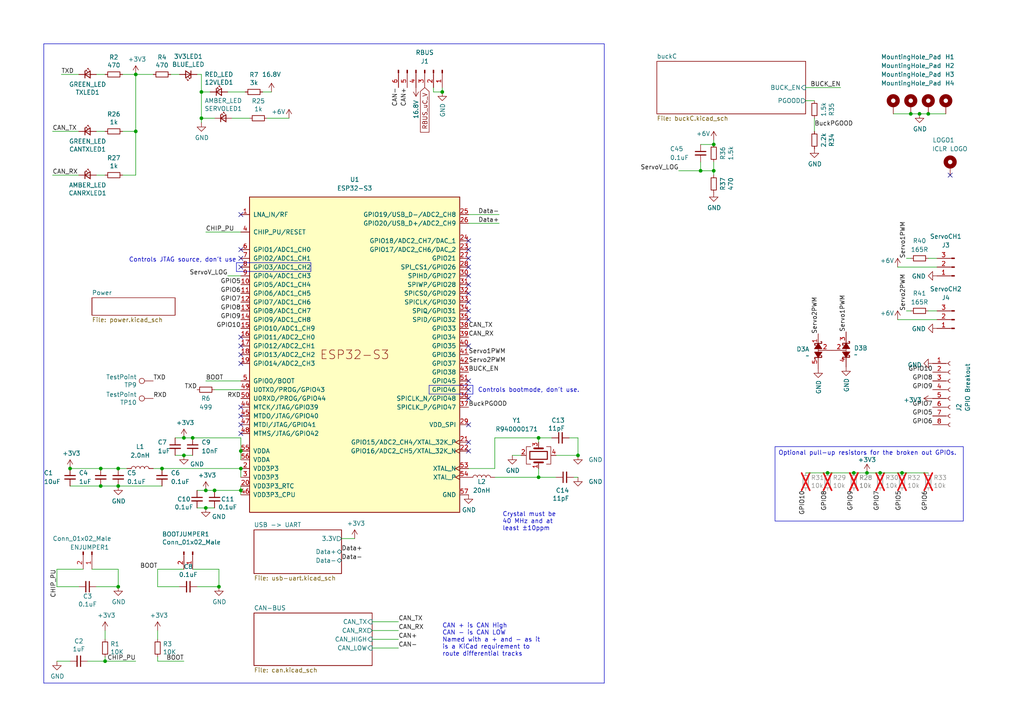
<source format=kicad_sch>
(kicad_sch (version 20231120) (generator "eeschema") (generator_version "8.0")
  (paper "A4")
  (title_block (title "C.H.A.D") (date "2023-06-04") (rev "2.0") (company "Imperial College London Rocketry (ICLR)"))
  (lib_symbols
    (symbol "CPDV5-3V3UP_1"
      (property "Reference" "D" (at 0 -6.85 0))
      (symbol "CPDV5-3V3UP_1_1_1"
        (pin passive line (at 0 -10.16 270) (length 4) (name "") (number "1"))
        (pin passive line (at 3.985 -14.9344 180) (length 4) (name "") (number "2"))
        (pin passive line (at 0 -20.32 90) (length 4) (name "") (number "5"))
      )
      (symbol "CPDV5-3V3UP_1_2_1"
        (pin passive line (at 4.1083 -14.9652 180) (length 4) (name "") (number "2"))
        (pin passive line (at 0 -20.32 90) (length 4) (name "") (number "3"))
        (pin passive line (at 0 -10.16 270) (length 4) (name "") (number "4"))
      )
    )
    (symbol "Connector:Conn_01x02_Male" (pin_names (offset 1.016) hide)
      (property "Reference" "J" (at 0 2.54 0))
      (property "Value" "Conn_01x02_Male" (at 0 -5.08 0))
      (symbol "Conn_01x02_Male_1_1"
        (pin passive line (at 5.08 0 180) (length 3.81) (name "Pin_1") (number "1"))
        (pin passive line (at 5.08 -2.54 180) (length 3.81) (name "Pin_2") (number "2"))
      )
    )
    (symbol "Connector:Conn_01x03_Male" (pin_names (offset 1.016) hide)
      (property "Reference" "J" (at 0 5.08 0))
      (property "Value" "Conn_01x03_Male" (at 0 -5.08 0))
      (symbol "Conn_01x03_Male_1_1"
        (pin passive line (at 5.08 2.54 180) (length 3.81) (name "Pin_1") (number "1"))
        (pin passive line (at 5.08 0 180) (length 3.81) (name "Pin_2") (number "2"))
        (pin passive line (at 5.08 -2.54 180) (length 3.81) (name "Pin_3") (number "3"))
      )
    )
    (symbol "Connector:Conn_01x06_Male" (pin_names (offset 1.016) hide)
      (property "Reference" "J" (at 0 7.62 0))
      (property "Value" "Conn_01x06_Male" (at 0 -10.16 0))
      (symbol "Conn_01x06_Male_1_1"
        (pin passive line (at 5.08 5.08 180) (length 3.81) (name "Pin_1") (number "1"))
        (pin passive line (at 5.08 2.54 180) (length 3.81) (name "Pin_2") (number "2"))
        (pin passive line (at 5.08 0 180) (length 3.81) (name "Pin_3") (number "3"))
        (pin passive line (at 5.08 -2.54 180) (length 3.81) (name "Pin_4") (number "4"))
        (pin passive line (at 5.08 -5.08 180) (length 3.81) (name "Pin_5") (number "5"))
        (pin passive line (at 5.08 -7.62 180) (length 3.81) (name "Pin_6") (number "6"))
      )
    )
    (symbol "Connector:Conn_01x08_Female" (pin_names (offset 1.016) hide)
      (property "Reference" "J" (at 0 10.16 0))
      (property "Value" "Conn_01x08_Female" (at 0 -12.7 0))
      (symbol "Conn_01x08_Female_1_1"
        (pin passive line (at -5.08 7.62 0) (length 3.81) (name "Pin_1") (number "1"))
        (pin passive line (at -5.08 5.08 0) (length 3.81) (name "Pin_2") (number "2"))
        (pin passive line (at -5.08 2.54 0) (length 3.81) (name "Pin_3") (number "3"))
        (pin passive line (at -5.08 0 0) (length 3.81) (name "Pin_4") (number "4"))
        (pin passive line (at -5.08 -2.54 0) (length 3.81) (name "Pin_5") (number "5"))
        (pin passive line (at -5.08 -5.08 0) (length 3.81) (name "Pin_6") (number "6"))
        (pin passive line (at -5.08 -7.62 0) (length 3.81) (name "Pin_7") (number "7"))
        (pin passive line (at -5.08 -10.16 0) (length 3.81) (name "Pin_8") (number "8"))
      )
    )
    (symbol "Connector:TestPoint" (pin_numbers hide) (pin_names (offset 0.762) hide)
      (property "Reference" "TP" (at 0 6.858 0))
      (property "Value" "TestPoint" (at 0 5.08 0))
      (symbol "TestPoint_1_1"
        (pin passive line (at 0 0 90) (length 2.54) (name "1") (number "1"))
      )
    )
    (symbol "Device:C_Small" (pin_numbers hide) (pin_names (offset 0.254) hide)
      (property "Reference" "C" (at 0.254 1.778 0))
      (property "Value" "C_Small" (at 0.254 -2.032 0))
      (symbol "C_Small_1_1"
        (pin passive line (at 0 2.54 270) (length 2.032) (name "~") (number "1"))
        (pin passive line (at 0 -2.54 90) (length 2.032) (name "~") (number "2"))
      )
    )
    (symbol "Device:Crystal_GND24" (pin_names (offset 1.016) hide)
      (property "Reference" "Y" (at 3.175 5.08 0))
      (property "Value" "Crystal_GND24" (at 3.175 3.175 0))
      (symbol "Crystal_GND24_1_1"
        (pin passive line (at -3.81 0 0) (length 1.27) (name "1") (number "1"))
        (pin passive line (at 0 5.08 270) (length 1.27) (name "2") (number "2"))
        (pin passive line (at 3.81 0 180) (length 1.27) (name "3") (number "3"))
        (pin passive line (at 0 -5.08 90) (length 1.27) (name "4") (number "4"))
      )
    )
    (symbol "Device:L" (pin_numbers hide) (pin_names (offset 1.016) hide)
      (property "Reference" "L" (at -1.27 0 90))
      (property "Value" "L" (at 1.905 0 90))
      (symbol "L_1_1"
        (pin passive line (at 0 3.81 270) (length 1.27) (name "1") (number "1"))
        (pin passive line (at 0 -3.81 90) (length 1.27) (name "2") (number "2"))
      )
    )
    (symbol "Device:LED_Small" (pin_numbers hide) (pin_names (offset 0.254) hide)
      (property "Reference" "D" (at -1.27 3.175 0))
      (property "Value" "LED_Small" (at -4.445 -2.54 0))
      (symbol "LED_Small_1_1"
        (pin passive line (at -2.54 0 0) (length 1.778) (name "K") (number "1"))
        (pin passive line (at 2.54 0 180) (length 1.778) (name "A") (number "2"))
      )
    )
    (symbol "Device:R_Small" (pin_numbers hide) (pin_names (offset 0.254) hide)
      (property "Reference" "R" (at 0.762 0.508 0))
      (property "Value" "R_Small" (at 0.762 -1.016 0))
      (symbol "R_Small_1_1"
        (pin passive line (at 0 2.54 270) (length 0.762) (name "~") (number "1"))
        (pin passive line (at 0 -2.54 90) (length 0.762) (name "~") (number "2"))
      )
    )
    (symbol "Espressif:ESP32-S3" (pin_names (offset 1.016))
      (property "Reference" "U" (at 0 48.26 0))
      (property "Value" "ESP32-S3" (at 0 -48.26 0))
      (symbol "ESP32-S3_0_0"
        (text "ESP32-S3" (at 0 0 0) (effects (font (size 2.54 2.54))))
        (pin bidirectional line (at 33.02 -12.7 180) (length 2.54) (name "SPICLK_N/GPIO48") (number "36"))
        (pin bidirectional line (at 33.02 -15.24 180) (length 2.54) (name "SPICLK_P/GPIO47") (number "37"))
      )
      (symbol "ESP32-S3_1_1"
        (pin bidirectional line (at -33.02 40.64 0) (length 2.54) (name "LNA_IN/RF") (number "1"))
        (pin bidirectional line (at -33.02 20.32 0) (length 2.54) (name "GPIO5/ADC1_CH4") (number "10"))
        (pin bidirectional line (at -33.02 17.78 0) (length 2.54) (name "GPIO6/ADC1_CH5") (number "11"))
        (pin bidirectional line (at -33.02 15.24 0) (length 2.54) (name "GPIO7/ADC1_CH6") (number "12"))
        (pin bidirectional line (at -33.02 12.7 0) (length 2.54) (name "GPIO8/ADC1_CH7") (number "13"))
        (pin bidirectional line (at -33.02 10.16 0) (length 2.54) (name "GPIO9/ADC1_CH8") (number "14"))
        (pin bidirectional line (at -33.02 7.62 0) (length 2.54) (name "GPIO10/ADC1_CH9") (number "15"))
        (pin bidirectional line (at -33.02 5.08 0) (length 2.54) (name "GPIO11/ADC2_CH0") (number "16"))
        (pin bidirectional line (at -33.02 2.54 0) (length 2.54) (name "GPIO12/ADC2_CH1") (number "17"))
        (pin bidirectional line (at -33.02 0 0) (length 2.54) (name "GPIO13/ADC2_CH2") (number "18"))
        (pin bidirectional line (at -33.02 -2.54 0) (length 2.54) (name "GPIO14/ADC2_CH3") (number "19"))
        (pin power_in line (at -33.02 -33.02 0) (length 2.54) (name "VDD3P3") (number "2"))
        (pin power_in line (at -33.02 -38.1 0) (length 2.54) (name "VDD3P3_RTC") (number "20"))
        (pin input clock (at 33.02 -25.4 180) (length 2.54) (name "GPIO15/ADC2_CH4/XTAL_32K_P") (number "21"))
        (pin output clock (at 33.02 -27.94 180) (length 2.54) (name "GPIO16/ADC2_CH5/XTAL_32K_N") (number "22"))
        (pin bidirectional line (at 33.02 30.48 180) (length 2.54) (name "GPIO17/ADC2_CH6/DAC_2") (number "23"))
        (pin bidirectional line (at 33.02 33.02 180) (length 2.54) (name "GPIO18/ADC2_CH7/DAC_1") (number "24"))
        (pin bidirectional line (at 33.02 40.64 180) (length 2.54) (name "GPIO19/USB_D-/ADC2_CH8") (number "25"))
        (pin bidirectional line (at 33.02 38.1 180) (length 2.54) (name "GPIO20/USB_D+/ADC2_CH9") (number "26"))
        (pin bidirectional line (at 33.02 27.94 180) (length 2.54) (name "GPIO21") (number "27"))
        (pin bidirectional line (at 33.02 25.4 180) (length 2.54) (name "SPI_CS1/GPIO26") (number "28"))
        (pin power_out line (at 33.02 -20.32 180) (length 2.54) (name "VDD_SPI") (number "29"))
        (pin power_in line (at -33.02 -35.56 0) (length 2.54) (name "VDD3P3") (number "3"))
        (pin bidirectional line (at 33.02 22.86 180) (length 2.54) (name "SPIHD/GPIO27") (number "30"))
        (pin bidirectional line (at 33.02 20.32 180) (length 2.54) (name "SPIWP/GPIO28") (number "31"))
        (pin bidirectional line (at 33.02 17.78 180) (length 2.54) (name "SPICS0/GPIO29") (number "32"))
        (pin bidirectional line (at 33.02 15.24 180) (length 2.54) (name "SPICLK/GPIO30") (number "33"))
        (pin bidirectional line (at 33.02 12.7 180) (length 2.54) (name "SPIQ/GPIO31") (number "34"))
        (pin bidirectional line (at 33.02 10.16 180) (length 2.54) (name "SPID/GPIO32") (number "35"))
        (pin bidirectional line (at 33.02 7.62 180) (length 2.54) (name "GPIO33") (number "38"))
        (pin bidirectional line (at 33.02 5.08 180) (length 2.54) (name "GPIO34") (number "39"))
        (pin input line (at -33.02 35.56 0) (length 2.54) (name "CHIP_PU/RESET") (number "4"))
        (pin bidirectional line (at 33.02 2.54 180) (length 2.54) (name "GPIO35") (number "40"))
        (pin bidirectional line (at 33.02 0 180) (length 2.54) (name "GPIO36") (number "41"))
        (pin bidirectional line (at 33.02 -2.54 180) (length 2.54) (name "GPIO37") (number "42"))
        (pin bidirectional line (at 33.02 -5.08 180) (length 2.54) (name "GPIO38") (number "43"))
        (pin bidirectional line (at -33.02 -15.24 0) (length 2.54) (name "MTCK/JTAG/GPIO39") (number "44"))
        (pin bidirectional line (at -33.02 -17.78 0) (length 2.54) (name "MTDO/JTAG/GPIO40") (number "45"))
        (pin power_in line (at -33.02 -40.64 0) (length 2.54) (name "VDD3P3_CPU") (number "46"))
        (pin bidirectional line (at -33.02 -20.32 0) (length 2.54) (name "MTDI/JTAG/GPIO41") (number "47"))
        (pin bidirectional line (at -33.02 -22.86 0) (length 2.54) (name "MTMS/JTAG/GPIO42") (number "48"))
        (pin bidirectional line (at -33.02 -10.16 0) (length 2.54) (name "U0TXD/PROG/GPIO43") (number "49"))
        (pin bidirectional line (at -33.02 -7.62 0) (length 2.54) (name "GPIO0/BOOT") (number "5"))
        (pin bidirectional line (at -33.02 -12.7 0) (length 2.54) (name "U0RXD/PROG/GPIO44") (number "50"))
        (pin bidirectional line (at 33.02 -7.62 180) (length 2.54) (name "GPIO45") (number "51"))
        (pin bidirectional line (at 33.02 -10.16 180) (length 2.54) (name "GPIO46") (number "52"))
        (pin input clock (at 33.02 -33.02 180) (length 2.54) (name "XTAL_N") (number "53"))
        (pin output clock (at 33.02 -35.56 180) (length 2.54) (name "XTAL_P") (number "54"))
        (pin power_in line (at -33.02 -27.94 0) (length 2.54) (name "VDDA") (number "55"))
        (pin power_in line (at -33.02 -30.48 0) (length 2.54) (name "VDDA") (number "56"))
        (pin power_in line (at 33.02 -40.64 180) (length 2.54) (name "GND") (number "57"))
        (pin bidirectional line (at -33.02 30.48 0) (length 2.54) (name "GPIO1/ADC1_CH0") (number "6"))
        (pin bidirectional line (at -33.02 27.94 0) (length 2.54) (name "GPIO2/ADC1_CH1") (number "7"))
        (pin bidirectional line (at -33.02 25.4 0) (length 2.54) (name "GPIO3/ADC1_CH2") (number "8"))
        (pin bidirectional line (at -33.02 22.86 0) (length 2.54) (name "GPIO4/ADC1_CH3") (number "9"))
      )
    )
    (symbol "Mechanical:MountingHole_Pad" (pin_numbers hide) (pin_names (offset 1.016) hide)
      (property "Reference" "H" (at 0 6.35 0))
      (property "Value" "MountingHole_Pad" (at 0 4.445 0))
      (symbol "MountingHole_Pad_1_1"
        (pin input line (at 0 -2.54 90) (length 2.54) (name "1") (number "1"))
      )
    )
    (symbol "iclr:CPDV5-3V3UP"
      (property "Reference" "D" (at 0 -6.85 0))
      (symbol "CPDV5-3V3UP_1_1"
        (pin passive line (at 0 -10.16 270) (length 4) (name "") (number "1"))
        (pin passive line (at 3.985 -14.9344 180) (length 4) (name "") (number "2"))
        (pin passive line (at 0 -20.32 90) (length 4) (name "") (number "5"))
      )
      (symbol "CPDV5-3V3UP_2_1"
        (pin passive line (at 4.1083 -14.9652 180) (length 4) (name "") (number "2"))
        (pin passive line (at 0 -10.16 270) (length 4) (name "") (number "3"))
        (pin passive line (at 0 -20.32 90) (length 4) (name "") (number "4"))
      )
    )
    (symbol "power:+12V" (power) (pin_names (offset 0))
      (property "Value" "+12V" (at 0 3.556 0))
      (symbol "+12V_1_1"
        (pin power_in line (at 0 0 90) (length 0) hide (name "+12V") (number "1"))
      )
    )
    (symbol "power:+3.3V" (power) (pin_names (offset 0))
      (property "Value" "+3.3V" (at 0 3.556 0))
      (symbol "+3.3V_1_1"
        (pin power_in line (at 0 0 90) (length 0) hide (name "+3V3") (number "1"))
      )
    )
    (symbol "power:+6V" (power) (pin_names (offset 0))
      (property "Value" "+6V" (at 0 3.556 0))
      (symbol "+6V_1_1"
        (pin power_in line (at 0 0 90) (length 0) hide (name "+6V") (number "1"))
      )
    )
    (symbol "power:GND" (power) (pin_names (offset 0))
      (property "Value" "GND" (at 0 -3.81 0))
      (symbol "GND_1_1"
        (pin power_in line (at 0 0 270) (length 0) hide (name "GND") (number "1"))
      )
    )
  )
  (junction (at 39.37 21.59))
  (junction (at 59.69 142.24))
  (junction (at 207.01 49.53))
  (junction (at 240.03 137.16))
  (junction (at 251.46 137.16))
  (junction (at 53.34 127))
  (junction (at 58.42 26.67))
  (junction (at 30.48 191.77))
  (junction (at 69.85 142.24))
  (junction (at 207.01 41.91))
  (junction (at 55.88 127))
  (junction (at 59.69 147.32))
  (junction (at 62.23 142.24))
  (junction (at 34.29 135.89))
  (junction (at 203.2 49.53))
  (junction (at 20.32 135.89))
  (junction (at 34.29 170.18))
  (junction (at 58.42 34.29))
  (junction (at 247.65 137.16))
  (junction (at 255.27 137.16))
  (junction (at 63.5 170.18))
  (junction (at 29.21 135.89))
  (junction (at 34.29 140.97))
  (junction (at 156.21 127))
  (junction (at 269.24 33.02))
  (junction (at 53.34 132.08))
  (junction (at 156.21 138.43))
  (junction (at 69.85 130.81))
  (junction (at 261.62 137.16))
  (junction (at 29.21 140.97))
  (junction (at 39.37 38.1))
  (junction (at 266.7 33.02))
  (junction (at 264.16 33.02))
  (junction (at 167.64 132.08))
  (junction (at 46.99 135.89))
  (junction (at 128.27 26.67))
  (junction (at 69.85 135.89))
  (no_connect (at 135.89 72.39))
  (no_connect (at 69.85 120.65))
  (no_connect (at 69.85 62.23))
  (no_connect (at 69.85 74.93))
  (no_connect (at 135.89 100.33))
  (no_connect (at 69.85 105.41))
  (no_connect (at 69.85 102.87))
  (no_connect (at 135.89 80.01))
  (no_connect (at 135.89 110.49))
  (no_connect (at 135.89 82.55))
  (no_connect (at 135.89 85.09))
  (no_connect (at 69.85 77.47))
  (no_connect (at 69.85 125.73))
  (no_connect (at 135.89 128.27))
  (no_connect (at 135.89 92.71))
  (no_connect (at 135.89 69.85))
  (no_connect (at 135.89 130.81))
  (no_connect (at 135.89 74.93))
  (no_connect (at 135.89 90.17))
  (no_connect (at 135.89 115.57))
  (no_connect (at 135.89 77.47))
  (no_connect (at 135.89 113.03))
  (no_connect (at 135.89 87.63))
  (no_connect (at 69.85 97.79))
  (no_connect (at 275.59 50.8))
  (no_connect (at 135.89 123.19))
  (no_connect (at 69.85 100.33))
  (no_connect (at 69.85 72.39))
  (no_connect (at 69.85 123.19))
  (no_connect (at 69.85 118.11))
  (wire (pts (xy 83.82 34.29) (xy 77.47 34.29)))
  (wire (pts (xy 30.48 191.77) (xy 30.48 190.5)))
  (wire (pts (xy 135.89 62.23) (xy 144.78 62.23)))
  (wire (pts (xy 69.85 135.89) (xy 69.85 138.43)))
  (polyline (pts (xy 90.17 78.74) (xy 68.58 78.74)))
  (wire (pts (xy 63.5 170.18) (xy 63.5 165.1)))
  (polyline (pts (xy 68.58 76.2) (xy 68.58 78.74)))
  (wire (pts (xy 27.94 50.8) (xy 30.48 50.8)))
  (wire (pts (xy 60.96 26.67) (xy 58.42 26.67)))
  (wire (pts (xy 16.51 191.77) (xy 20.32 191.77)))
  (wire (pts (xy 107.95 180.34) (xy 115.57 180.34)))
  (wire (pts (xy 128.27 25.4) (xy 128.27 26.67)))
  (wire (pts (xy 15.24 38.1) (xy 22.86 38.1)))
  (wire (pts (xy 160.02 127) (xy 156.21 127)))
  (wire (pts (xy 45.72 165.1) (xy 53.34 165.1)))
  (wire (pts (xy 125.73 26.67) (xy 128.27 26.67)))
  (wire (pts (xy 58.42 21.59) (xy 57.15 21.59)))
  (wire (pts (xy 233.68 29.21) (xy 236.22 29.21)))
  (wire (pts (xy 29.21 135.89) (xy 34.29 135.89)))
  (wire (pts (xy 143.51 138.43) (xy 156.21 138.43)))
  (wire (pts (xy 59.69 110.49) (xy 69.85 110.49)))
  (polyline (pts (xy 12.7 12.7) (xy 12.7 198.12)))
  (wire (pts (xy 39.37 50.8) (xy 35.56 50.8)))
  (wire (pts (xy 271.78 77.47) (xy 260.35 77.47)))
  (wire (pts (xy 264.16 33.02) (xy 259.08 33.02)))
  (wire (pts (xy 57.15 170.18) (xy 63.5 170.18)))
  (polyline (pts (xy 137.16 111.76) (xy 137.16 114.3)))
  (wire (pts (xy 255.27 137.16) (xy 261.62 137.16)))
  (wire (pts (xy 271.78 92.71) (xy 260.35 92.71)))
  (wire (pts (xy 27.94 21.59) (xy 30.48 21.59)))
  (wire (pts (xy 16.51 165.1) (xy 16.51 170.18)))
  (wire (pts (xy 161.29 132.08) (xy 167.64 132.08)))
  (wire (pts (xy 30.48 182.88) (xy 30.48 185.42)))
  (wire (pts (xy 57.15 147.32) (xy 59.69 147.32)))
  (polyline (pts (xy 68.58 76.2) (xy 90.17 76.2)))
  (wire (pts (xy 203.2 41.91) (xy 207.01 41.91)))
  (wire (pts (xy 34.29 135.89) (xy 36.83 135.89)))
  (wire (pts (xy 69.85 142.24) (xy 69.85 143.51)))
  (wire (pts (xy 39.37 38.1) (xy 39.37 50.8)))
  (wire (pts (xy 251.46 137.16) (xy 255.27 137.16)))
  (wire (pts (xy 62.23 142.24) (xy 69.85 142.24)))
  (wire (pts (xy 53.34 132.08) (xy 55.88 132.08)))
  (wire (pts (xy 143.51 135.89) (xy 143.51 127)))
  (wire (pts (xy 156.21 127) (xy 156.21 128.27)))
  (wire (pts (xy 50.8 132.08) (xy 53.34 132.08)))
  (polyline (pts (xy 124.46 111.76) (xy 124.46 114.3)))
  (wire (pts (xy 207.01 49.53) (xy 207.01 50.8)))
  (wire (pts (xy 62.23 34.29) (xy 58.42 34.29)))
  (polyline (pts (xy 12.7 12.7) (xy 175.26 12.7)))
  (wire (pts (xy 44.45 135.89) (xy 46.99 135.89)))
  (wire (pts (xy 27.94 38.1) (xy 30.48 38.1)))
  (wire (pts (xy 69.85 130.81) (xy 69.85 133.35)))
  (wire (pts (xy 233.68 137.16) (xy 240.03 137.16)))
  (wire (pts (xy 22.86 170.18) (xy 16.51 170.18)))
  (wire (pts (xy 236.22 34.29) (xy 236.22 38.1)))
  (wire (pts (xy 50.8 127) (xy 53.34 127)))
  (wire (pts (xy 17.78 21.59) (xy 22.86 21.59)))
  (wire (pts (xy 52.07 170.18) (xy 45.72 170.18)))
  (wire (pts (xy 207.01 46.99) (xy 207.01 49.53)))
  (wire (pts (xy 274.32 33.02) (xy 269.24 33.02)))
  (wire (pts (xy 203.2 46.99) (xy 203.2 49.53)))
  (wire (pts (xy 29.21 140.97) (xy 34.29 140.97)))
  (wire (pts (xy 35.56 21.59) (xy 39.37 21.59)))
  (wire (pts (xy 15.24 50.8) (xy 22.86 50.8)))
  (wire (pts (xy 55.88 127) (xy 69.85 127)))
  (wire (pts (xy 107.95 187.96) (xy 115.57 187.96)))
  (wire (pts (xy 107.95 182.88) (xy 115.57 182.88)))
  (wire (pts (xy 69.85 127) (xy 69.85 130.81)))
  (wire (pts (xy 39.37 21.59) (xy 39.37 38.1)))
  (polyline (pts (xy 137.16 114.3) (xy 124.46 114.3)))
  (wire (pts (xy 207.01 40.64) (xy 207.01 41.91)))
  (wire (pts (xy 55.88 165.1) (xy 63.5 165.1)))
  (wire (pts (xy 125.73 25.4) (xy 125.73 26.67)))
  (wire (pts (xy 25.4 191.77) (xy 30.48 191.77)))
  (wire (pts (xy 269.24 33.02) (xy 266.7 33.02)))
  (wire (pts (xy 135.89 135.89) (xy 143.51 135.89)))
  (wire (pts (xy 261.62 137.16) (xy 269.24 137.16)))
  (wire (pts (xy 45.72 191.77) (xy 45.72 190.5)))
  (wire (pts (xy 49.53 21.59) (xy 52.07 21.59)))
  (wire (pts (xy 148.59 132.08) (xy 151.13 132.08)))
  (wire (pts (xy 269.24 74.93) (xy 271.78 74.93)))
  (wire (pts (xy 58.42 21.59) (xy 58.42 26.67)))
  (wire (pts (xy 233.68 25.4) (xy 243.84 25.4)))
  (wire (pts (xy 161.29 138.43) (xy 156.21 138.43)))
  (wire (pts (xy 72.39 34.29) (xy 67.31 34.29)))
  (wire (pts (xy 262.89 74.93) (xy 264.16 74.93)))
  (wire (pts (xy 247.65 137.16) (xy 251.46 137.16)))
  (wire (pts (xy 58.42 34.29) (xy 58.42 35.56)))
  (wire (pts (xy 59.69 67.31) (xy 69.85 67.31)))
  (wire (pts (xy 53.34 191.77) (xy 45.72 191.77)))
  (wire (pts (xy 58.42 26.67) (xy 58.42 34.29)))
  (wire (pts (xy 156.21 135.89) (xy 156.21 138.43)))
  (wire (pts (xy 34.29 170.18) (xy 34.29 165.1)))
  (polyline (pts (xy 90.17 76.2) (xy 90.17 78.74)))
  (wire (pts (xy 143.51 127) (xy 156.21 127)))
  (wire (pts (xy 99.06 156.21) (xy 102.87 156.21)))
  (wire (pts (xy 167.64 138.43) (xy 166.37 138.43)))
  (wire (pts (xy 20.32 135.89) (xy 29.21 135.89)))
  (wire (pts (xy 167.64 127) (xy 167.64 132.08)))
  (wire (pts (xy 39.37 21.59) (xy 44.45 21.59)))
  (wire (pts (xy 262.89 90.17) (xy 264.16 90.17)))
  (wire (pts (xy 240.03 137.16) (xy 247.65 137.16)))
  (polyline (pts (xy 124.46 111.76) (xy 137.16 111.76)))
  (wire (pts (xy 59.69 147.32) (xy 62.23 147.32)))
  (wire (pts (xy 30.48 191.77) (xy 39.37 191.77)))
  (wire (pts (xy 266.7 33.02) (xy 264.16 33.02)))
  (wire (pts (xy 107.95 185.42) (xy 115.57 185.42)))
  (wire (pts (xy 62.23 113.03) (xy 69.85 113.03)))
  (wire (pts (xy 53.34 127) (xy 55.88 127)))
  (wire (pts (xy 66.04 80.01) (xy 69.85 80.01)))
  (wire (pts (xy 269.24 90.17) (xy 271.78 90.17)))
  (wire (pts (xy 196.85 49.53) (xy 203.2 49.53)))
  (wire (pts (xy 78.74 26.67) (xy 76.2 26.67)))
  (wire (pts (xy 46.99 135.89) (xy 69.85 135.89)))
  (polyline (pts (xy 175.26 12.7) (xy 175.26 198.12)))
  (wire (pts (xy 34.29 140.97) (xy 46.99 140.97)))
  (wire (pts (xy 135.89 64.77) (xy 144.78 64.77)))
  (wire (pts (xy 39.37 38.1) (xy 35.56 38.1)))
  (wire (pts (xy 27.94 170.18) (xy 34.29 170.18)))
  (wire (pts (xy 45.72 165.1) (xy 45.72 170.18)))
  (wire (pts (xy 59.69 142.24) (xy 62.23 142.24)))
  (wire (pts (xy 57.15 142.24) (xy 59.69 142.24)))
  (wire (pts (xy 20.32 140.97) (xy 29.21 140.97)))
  (wire (pts (xy 69.85 142.24) (xy 69.85 140.97)))
  (wire (pts (xy 167.64 127) (xy 165.1 127)))
  (wire (pts (xy 26.67 165.1) (xy 34.29 165.1)))
  (wire (pts (xy 45.72 182.88) (xy 45.72 185.42)))
  (wire (pts (xy 203.2 49.53) (xy 207.01 49.53)))
  (wire (pts (xy 16.51 165.1) (xy 24.13 165.1)))
  (wire (pts (xy 71.12 26.67) (xy 66.04 26.67)))
  (polyline (pts (xy 175.26 198.12) (xy 12.7 198.12)))
  (text_box "Crystal must be 40 MHz and at least ±10ppm" (at 144.78 147.32 0) (size 19.05 11.43) (stroke (width -0.0001)) (effects (font (size 1.27 1.27)) (justify left top)))
  (text_box "Optional pull-up resistors for the broken out GPIOs." (at 224.79 129.54 0) (size 54.61 21.59) (effects (font (size 1.27 1.27)) (justify left top)))
  (text "Controls bootmode, don't use.\n" (at 138.5894 113.9757 0) (effects (font (size 1.27 1.27)) (justify left bottom)))
  (text "CAN + is CAN High\nCAN - is CAN LOW\nNamed with a + and - as it\nis a KiCad requirement to\nroute differential tracks\n" (at 128.27 190.5 0) (effects (font (size 1.27 1.27)) (justify left bottom)))
  (text "Controls JTAG source, don't use\n" (at 68.58 76.2 0) (effects (font (size 1.27 1.27)) (justify right bottom)))
  (label "GPIO5" (at 270.51 120.65 180))
  (label "GPIO8" (at 270.51 110.49 180))
  (label "GPIO6" (at 69.85 85.09 180))
  (label "TXD" (at 44.45 110.49 0))
  (label "GPIO6" (at 269.24 142.24 270))
  (label "GPIO9" (at 247.65 142.24 270))
  (label "RXD" (at 44.45 115.57 0))
  (label "GPIO7" (at 255.27 142.24 270))
  (label "Servo2PWM" (at 262.89 90.17 90))
  (label "Servo2PWM" (at 237.315 96.8256 90))
  (label "CAN+" (at 115.57 185.42 0))
  (label "GPIO5" (at 69.85 82.55 180))
  (label "GPIO10" (at 69.85 95.25 180))
  (label "Data+" (at 99.06 160.02 0))
  (label "GPIO7" (at 270.51 118.11 180))
  (label "Servo1PWM" (at 245.4083 96.2452 90))
  (label "Servo1PWM" (at 135.89 102.87 0))
  (label "Data-" (at 99.06 162.56 0))
  (label "BOOT" (at 53.34 191.77 180))
  (label "CAN-" (at 115.57 25.4 270))
  (label "CAN+" (at 118.11 25.4 270))
  (label "CAN_TX" (at 115.57 180.34 0))
  (label "GPIO7" (at 69.85 87.63 180))
  (label "BUCK_EN" (at 243.84 25.4 180))
  (label "BuckPGOOD" (at 135.89 118.11 0))
  (label "GPIO9" (at 69.85 92.71 180))
  (label "CHIP_PU" (at 16.51 165.1 270))
  (label "GPIO10" (at 270.51 107.95 180))
  (label "BOOT" (at 45.72 165.1 180))
  (label "BOOT" (at 59.69 110.49 0))
  (label "TXD" (at 57.15 113.03 180))
  (label "GPIO5" (at 261.62 142.24 270))
  (label "BUCK_EN" (at 135.89 107.95 0))
  (label "GPIO6" (at 270.51 123.19 180))
  (label "BuckPGOOD" (at 236.22 36.83 0))
  (label "Servo2PWM" (at 135.89 105.41 0))
  (label "CAN_TX" (at 135.89 95.25 0))
  (label "CHIP_PU" (at 59.69 67.31 0))
  (label "CAN_TX" (at 15.24 38.1 0))
  (label "RXD" (at 69.85 115.57 180))
  (label "CAN_RX" (at 15.24 50.8 0))
  (label "ServoV_LOG" (at 66.04 80.01 180))
  (label "CAN_RX" (at 115.57 182.88 0))
  (label "Data+" (at 144.78 64.77 180))
  (label "Data-" (at 144.78 62.23 180))
  (label "CAN_RX" (at 135.89 97.79 0))
  (label "Servo1PWM" (at 262.89 74.93 90))
  (label "ServoV_LOG" (at 196.85 49.53 180))
  (label "CAN-" (at 115.57 187.96 0))
  (label "GPIO9" (at 270.51 113.03 180))
  (label "GPIO8" (at 69.85 90.17 180))
  (label "GPIO10" (at 233.68 142.24 270))
  (label "TXD" (at 17.78 21.59 0))
  (label "GPIO8" (at 240.03 142.24 270))
  (label "CHIP_PU" (at 39.37 191.77 180))
  (global_label "RBUS_uC_V" (shape input) (at 123.19 25.4 270) (property "Intersheetrefs" "${INTERSHEET_REFS}" (effects (hide yes))))
  (symbol (lib_id "power:+3.3V") (at 30.48 182.88 0) (unit 1)
    (property "Reference" "#PWR04" (effects (hide yes)))
    (property "Value" "+3V3" (at 30.861 178.4858 0))
  )
  (symbol (lib_id "Device:R_Small") (at 30.48 187.96 0) (unit 1)
    (property "Reference" "R1" (at 31.9786 186.7916 0) (effects (justify left)))
    (property "Value" "10K" (at 31.9786 189.103 0) (effects (justify left)))
    (property "Footprint" "Resistor_SMD:R_0402_1005Metric" (effects (hide yes)))
  )
  (symbol (lib_id "Device:C_Small") (at 22.86 191.77 270) (unit 1)
    (property "Reference" "C2" (at 22.86 185.9534 90))
    (property "Value" "1uF" (at 22.86 188.2648 90))
    (property "Footprint" "Capacitor_SMD:C_0402_1005Metric" (effects (hide yes)))
  )
  (symbol (lib_id "power:GND") (at 16.51 191.77 0) (unit 1)
    (property "Reference" "#PWR02" (effects (hide yes)))
    (property "Value" "GND" (at 16.637 196.1642 0))
  )
  (symbol (lib_id "power:+3.3V") (at 45.72 182.88 0) (unit 1)
    (property "Reference" "#PWR08" (effects (hide yes)))
    (property "Value" "+3V3" (at 46.101 178.4858 0))
  )
  (symbol (lib_id "Device:R_Small") (at 45.72 187.96 0) (unit 1)
    (property "Reference" "R3" (at 47.2186 186.7916 0) (effects (justify left)))
    (property "Value" "10K" (at 47.2186 189.103 0) (effects (justify left)))
    (property "Footprint" "Resistor_SMD:R_0402_1005Metric" (effects (hide yes)))
  )
  (symbol (lib_id "Device:C_Small") (at 54.61 170.18 270) (unit 1)
    (property "Reference" "C8" (at 54.61 164.3634 90))
    (property "Value" "0.1uF" (at 54.61 166.6748 90))
    (property "Footprint" "Capacitor_SMD:C_0402_1005Metric" (effects (hide yes)))
  )
  (symbol (lib_id "Device:C_Small") (at 25.4 170.18 270) (unit 1)
    (property "Reference" "C3" (at 25.4 172.9486 90))
    (property "Value" "0.1uF" (at 25.4 175.26 90))
    (property "Footprint" "Capacitor_SMD:C_0402_1005Metric" (effects (hide yes)))
  )
  (symbol (lib_id "Device:LED_Small") (at 25.4 21.59 0) (unit 1)
    (property "Reference" "TXLED1" (at 25.4 26.797 0))
    (property "Value" "GREEN_LED" (at 25.4 24.4856 0))
    (property "Footprint" "LED_SMD:LED_0402_1005Metric" (effects (hide yes)))
  )
  (symbol (lib_id "Device:R_Small") (at 33.02 21.59 270) (unit 1)
    (property "Reference" "R2" (at 33.02 16.6116 90))
    (property "Value" "470" (at 33.02 18.923 90))
    (property "Footprint" "Resistor_SMD:R_0402_1005Metric" (effects (hide yes)))
  )
  (symbol (lib_id "power:GND") (at 58.42 35.56 0) (unit 1)
    (property "Reference" "#PWR012" (effects (hide yes)))
    (property "Value" "GND" (at 58.547 39.9542 0))
  )
  (symbol (lib_id "power:+3.3V") (at 39.37 21.59 0) (unit 1)
    (property "Reference" "#PWR06" (effects (hide yes)))
    (property "Value" "+3V3" (at 39.751 17.1958 0))
  )
  (symbol (lib_id "Device:LED_Small") (at 54.61 21.59 180) (unit 1)
    (property "Reference" "3V3LED1" (at 54.61 16.383 0))
    (property "Value" "BLUE_LED" (at 54.61 18.6944 0))
    (property "Footprint" "LED_SMD:LED_0402_1005Metric" (effects (hide yes)))
  )
  (symbol (lib_id "Device:R_Small") (at 46.99 21.59 270) (unit 1)
    (property "Reference" "R4" (at 46.99 16.6116 90))
    (property "Value" "470" (at 46.99 18.923 90))
    (property "Footprint" "Resistor_SMD:R_0402_1005Metric" (effects (hide yes)))
  )
  (symbol (lib_id "Connector:Conn_01x02_Male") (at 26.67 160.02 270) (unit 1)
    (property "Reference" "ENJUMPER1" (at 20.32 158.75 90) (effects (justify left)))
    (property "Value" "Conn_01x02_Male" (at 15.24 156.21 90) (effects (justify left)))
    (property "Footprint" "Connector_PinHeader_2.54mm:PinHeader_1x02_P2.54mm_Vertical" (effects (hide yes)))
  )
  (symbol (lib_id "Connector:Conn_01x02_Male") (at 55.88 160.02 270) (unit 1)
    (property "Reference" "BOOTJUMPER1" (at 46.99 154.94 90) (effects (justify left)))
    (property "Value" "Conn_01x02_Male" (at 46.99 157.2514 90) (effects (justify left)))
    (property "Footprint" "Connector_PinHeader_2.54mm:PinHeader_1x02_P2.54mm_Vertical" (effects (hide yes)))
  )
  (symbol (lib_id "power:+3.3V") (at 102.87 156.21 0) (unit 1)
    (property "Reference" "#PWR016" (effects (hide yes)))
    (property "Value" "+3V3" (at 103.251 151.8158 0))
  )
  (symbol (lib_id "power:GND") (at 128.27 26.67 0) (unit 1)
    (property "Reference" "#PWR018" (effects (hide yes)))
    (property "Value" "GND" (at 128.397 29.9212 90) (effects (justify right)))
  )
  (symbol (lib_id "Connector:Conn_01x06_Male") (at 123.19 20.32 270) (unit 1)
    (property "Reference" "J1" (at 123.19 17.78 90))
    (property "Value" "RBUS" (at 123.19 15.24 90))
    (property "Footprint" "iclr:Molex_Mini-Fit_Jr_5569-06A2_2x03_P4.20mm_Horizontal" (effects (hide yes)))
  )
  (symbol (lib_id "Device:LED_Small") (at 63.5 26.67 0) (unit 1)
    (property "Reference" "12VLED1" (at 63.5 23.9014 0))
    (property "Value" "RED_LED" (at 63.5 21.59 0))
    (property "Footprint" "LED_SMD:LED_0402_1005Metric" (effects (hide yes)))
  )
  (symbol (lib_id "Device:R_Small") (at 73.66 26.67 270) (unit 1)
    (property "Reference" "R7" (at 73.66 21.6916 90))
    (property "Value" "3k" (at 73.66 24.003 90))
    (property "Footprint" "Resistor_SMD:R_0402_1005Metric" (effects (hide yes)))
  )
  (symbol (lib_id "power:GND") (at 34.29 170.18 0) (unit 1)
    (property "Reference" "#PWR01" (effects (hide yes)))
    (property "Value" "GND" (at 34.417 174.5742 0))
  )
  (symbol (lib_id "power:GND") (at 167.64 132.08 0) (unit 1)
    (property "Reference" "#PWR021" (effects (hide yes)))
    (property "Value" "GND" (at 172.72 133.35 0))
  )
  (symbol (lib_id "Connector:Conn_01x03_Male") (at 276.86 77.47 180) (unit 1)
    (property "Reference" "J3" (at 274.32 71.12 0))
    (property "Value" "ServoCH1" (at 274.32 68.58 0))
    (property "Footprint" "iclr:Molex_Nano-Fit_105313-xx03_1x03_P2.50mm_Horizontal" (effects (hide yes)))
  )
  (symbol (lib_id "Device:R_Small") (at 33.02 38.1 270) (unit 1)
    (property "Reference" "R26" (at 33.02 33.1216 90))
    (property "Value" "1k" (at 33.02 35.433 90))
    (property "Footprint" "Resistor_SMD:R_0402_1005Metric" (effects (hide yes)))
  )
  (symbol (lib_id "power:GND") (at 34.29 140.97 0) (unit 1)
    (property "Reference" "#PWR05" (effects (hide yes)))
    (property "Value" "GND" (at 34.417 145.3642 0))
  )
  (symbol (lib_id "Device:R_Small") (at 261.62 139.7 0) (unit 1) (dnp yes)
    (property "Reference" "R32" (at 263.1186 138.5316 0) (effects (justify left)))
    (property "Value" "10k" (at 263.1186 140.843 0) (effects (justify left)))
    (property "Footprint" "Resistor_SMD:R_0402_1005Metric" (effects (hide yes)))
  )
  (symbol (lib_id "Device:C_Small") (at 55.88 129.54 0) (unit 1)
    (property "Reference" "C9" (at 58.42 128.2762 0) (effects (justify left)))
    (property "Value" "10nF" (at 58.42 130.8162 0) (effects (justify left)))
    (property "Footprint" "Capacitor_SMD:C_0402_1005Metric" (effects (hide yes)))
  )
  (symbol (lib_id "power:+3.3V") (at 53.34 127 0) (unit 1)
    (property "Reference" "#PWR010" (effects (hide yes)))
    (property "Value" "+3V3" (at 53.721 122.6058 0))
  )
  (symbol (lib_id "Connector:Conn_01x03_Male") (at 276.86 92.71 180) (unit 1)
    (property "Reference" "J4" (at 274.32 86.36 0))
    (property "Value" "ServoCH2" (at 274.32 83.82 0))
    (property "Footprint" "iclr:Molex_Nano-Fit_105313-xx03_1x03_P2.50mm_Horizontal" (effects (hide yes)))
  )
  (symbol (lib_id "Mechanical:MountingHole_Pad") (at 264.16 30.48 0) (unit 1)
    (property "Reference" "H2" (at 276.86 19.05 0) (effects (justify right)))
    (property "Value" "MountingHole_Pad" (at 273.05 21.59 0) (effects (justify right)))
    (property "Footprint" "MountingHole:MountingHole_3.2mm_M3_DIN965_Pad" (effects (hide yes)))
  )
  (symbol (lib_id "Device:C_Small") (at 50.8 129.54 0) (unit 1)
    (property "Reference" "C7" (at 45.72 128.27 0) (effects (justify left)))
    (property "Value" "1uF" (at 45.72 130.81 0) (effects (justify left)))
    (property "Footprint" "Capacitor_SMD:C_0402_1005Metric" (effects (hide yes)))
  )
  (symbol (lib_id "Device:R_Small") (at 266.7 74.93 90) (unit 1)
    (property "Reference" "R40" (at 266.7 69.85 90))
    (property "Value" "165R" (at 266.7 72.39 90))
    (property "Footprint" "Resistor_SMD:R_0402_1005Metric" (effects (hide yes)))
    (property "Description" "Resistor, small symbol" (effects (hide yes)))
    (property "MPN" " RK73H1ETTP1650F " (effects (hide yes)))
  )
  (symbol (lib_id "Device:R_Small") (at 207.01 44.45 180) (unit 1)
    (property "Reference" "R36" (at 209.6516 44.45 90))
    (property "Value" "1.5k" (at 211.963 44.45 90))
    (property "Footprint" "Resistor_SMD:R_0402_1005Metric" (effects (hide yes)))
  )
  (symbol (lib_id "power:+12V") (at 78.74 26.67 0) (unit 1)
    (property "Reference" "#PWR015" (effects (hide yes)))
    (property "Value" "16.8V" (at 78.74 21.59 0))
  )
  (symbol (lib_id "Connector:Conn_01x08_Female") (at 275.59 113.03 0) (unit 1)
    (property "Reference" "J2" (at 278.13 119.38 90) (effects (justify left)))
    (property "Value" "GPIO Breakout" (at 280.6669 119.38 90) (effects (justify left)))
    (property "Footprint" "Connector_PinSocket_2.54mm:PinSocket_2x04_P2.54mm_Vertical" (effects (hide yes)))
  )
  (symbol (lib_id "power:+6V") (at 260.35 77.47 0) (unit 1)
    (property "Reference" "#PWR023" (effects (hide yes)))
    (property "Value" "+6V" (at 257.2853 75.5978 0))
  )
  (symbol (lib_id "Mechanical:MountingHole_Pad") (at 274.32 30.48 0) (unit 1)
    (property "Reference" "H4" (at 276.86 24.13 0) (effects (justify right)))
    (property "Value" "MountingHole_Pad" (at 273.05 16.51 0) (effects (justify right)))
    (property "Footprint" "MountingHole:MountingHole_3.2mm_M3_DIN965_Pad" (effects (hide yes)))
  )
  (symbol (lib_id "Device:R_Small") (at 247.65 139.7 0) (unit 1) (dnp yes)
    (property "Reference" "R28" (at 249.1486 138.5316 0) (effects (justify left)))
    (property "Value" "10k" (at 249.1486 140.843 0) (effects (justify left)))
    (property "Footprint" "Resistor_SMD:R_0402_1005Metric" (effects (hide yes)))
  )
  (symbol (lib_id "power:GND") (at 59.69 147.32 0) (unit 1)
    (property "Reference" "#PWR014" (effects (hide yes)))
    (property "Value" "GND" (at 63.5 149.86 0))
  )
  (symbol (lib_id "Connector:TestPoint") (at 44.45 110.49 90) (unit 1)
    (property "Reference" "TP9" (at 39.6748 111.6584 90) (effects (justify left)))
    (property "Value" "TestPoint" (at 39.6748 109.347 90) (effects (justify left)))
    (property "Footprint" "TestPoint:TestPoint_Pad_D1.0mm" (effects (hide yes)))
  )
  (symbol (lib_id "power:+12V") (at 120.65 25.4 180) (unit 1)
    (property "Reference" "#PWR017" (effects (hide yes)))
    (property "Value" "16.8V" (at 120.65 31.75 90))
  )
  (symbol (lib_id "power:GND") (at 270.51 105.41 270) (unit 1)
    (property "Reference" "#PWR027" (effects (hide yes)))
    (property "Value" "GND" (at 267.3351 105.8438 90) (effects (justify right)))
  )
  (symbol (lib_id "power:+3.3V") (at 270.51 115.57 90) (unit 1)
    (property "Reference" "#PWR026" (effects (hide yes)))
    (property "Value" "+3V3" (at 267.335 116.0038 90) (effects (justify left)))
  )
  (symbol (lib_id "Device:R_Small") (at 207.01 53.34 180) (unit 1)
    (property "Reference" "R37" (at 209.6516 53.34 90))
    (property "Value" "470" (at 211.963 53.34 90))
    (property "Footprint" "Resistor_SMD:R_0402_1005Metric" (effects (hide yes)))
  )
  (symbol (lib_id "Device:R_Small") (at 236.22 31.75 180) (unit 1)
    (property "Reference" "R35" (at 241.1984 31.75 90))
    (property "Value" "1.5k" (at 238.887 31.75 90))
    (property "Footprint" "Resistor_SMD:R_0402_1005Metric" (effects (hide yes)))
  )
  (symbol (lib_id "power:+6V") (at 83.82 34.29 0) (unit 1)
    (property "Reference" "#PWR074" (effects (hide yes)))
    (property "Value" "+6V" (at 80.7553 32.4178 0))
  )
  (symbol (lib_id "Device:C_Small") (at 20.32 138.43 0) (unit 1)
    (property "Reference" "C1" (at 12.7 137.16 0) (effects (justify left)))
    (property "Value" "10uF" (at 12.7 139.7 0) (effects (justify left)))
    (property "Footprint" "Capacitor_SMD:C_0402_1005Metric" (effects (hide yes)))
  )
  (symbol (lib_id "Device:LED_Small") (at 64.77 34.29 0) (unit 1)
    (property "Reference" "SERVOLED1" (at 64.77 31.5214 0))
    (property "Value" "AMBER_LED" (at 64.77 29.21 0))
    (property "Footprint" "LED_SMD:LED_0402_1005Metric" (effects (hide yes)))
  )
  (symbol (lib_id "Device:C_Small") (at 57.15 144.78 0) (unit 1)
    (property "Reference" "C10" (at 53.34 144.78 0))
    (property "Value" "0.1uF" (at 53.34 147.0914 0))
    (property "Footprint" "Capacitor_SMD:C_0402_1005Metric" (effects (hide yes)))
  )
  (symbol (lib_id "Device:C_Small") (at 163.83 138.43 90) (unit 1)
    (property "Reference" "C14" (at 165.1 142.24 90) (effects (justify left)))
    (property "Value" "11pF" (at 165.1 144.5514 90) (effects (justify left)))
    (property "Footprint" "Capacitor_SMD:C_0402_1005Metric" (effects (hide yes)))
  )
  (symbol (lib_id "power:GND") (at 167.64 138.43 0) (unit 1)
    (property "Reference" "#PWR022" (effects (hide yes)))
    (property "Value" "GND" (at 172.72 139.7 0))
  )
  (symbol (lib_id "Device:R_Small") (at 269.24 139.7 0) (unit 1) (dnp yes)
    (property "Reference" "R33" (at 270.7386 138.5316 0) (effects (justify left)))
    (property "Value" "10k" (at 270.7386 140.843 0) (effects (justify left)))
    (property "Footprint" "Resistor_SMD:R_0402_1005Metric" (effects (hide yes)))
  )
  (symbol (lib_id "Mechanical:MountingHole_Pad") (at 275.59 48.26 0) (unit 1)
    (property "Reference" "LOGO1" (at 276.86 40.64 0) (effects (justify right)))
    (property "Value" "ICLR LOGO" (at 280.67 43.18 0) (effects (justify right)))
    (property "Footprint" "iclr:iclr_logo_estd2018_10mm" (effects (hide yes)))
  )
  (symbol (lib_id "Device:C_Small") (at 34.29 138.43 0) (unit 1)
    (property "Reference" "C5" (at 36.83 137.1662 0) (effects (justify left)))
    (property "Value" "0.1uF" (at 36.83 139.7062 0) (effects (justify left)))
    (property "Footprint" "Capacitor_SMD:C_0402_1005Metric" (effects (hide yes)))
  )
  (symbol (lib_id "power:GND") (at 237.315 106.9856 0) (unit 1)
    (property "Reference" "#PWR087" (effects (hide yes)))
    (property "Value" "GND" (at 237.442 110.2368 90) (effects (justify right)))
  )
  (symbol (lib_id "power:GND") (at 53.34 132.08 0) (unit 1)
    (property "Reference" "#PWR011" (effects (hide yes)))
    (property "Value" "GND" (at 57.15 134.62 0))
  )
  (symbol (lib_id "Device:R_Small") (at 74.93 34.29 270) (unit 1)
    (property "Reference" "R25" (at 74.93 29.3116 90))
    (property "Value" "1k" (at 74.93 31.623 90))
    (property "Footprint" "Resistor_SMD:R_0402_1005Metric" (effects (hide yes)))
  )
  (symbol (lib_id "power:GND") (at 207.01 55.88 0) (unit 1)
    (property "Reference" "#PWR083" (effects (hide yes)))
    (property "Value" "GND" (at 207.137 60.2742 0))
  )
  (symbol (lib_id "Device:R_Small") (at 236.22 40.64 180) (unit 1)
    (property "Reference" "R34" (at 241.1984 40.64 90))
    (property "Value" "2.2k" (at 238.887 40.64 90))
    (property "Footprint" "Resistor_SMD:R_0402_1005Metric" (effects (hide yes)))
  )
  (symbol (lib_id "Mechanical:MountingHole_Pad") (at 259.08 30.48 0) (unit 1)
    (property "Reference" "H1" (at 276.86 16.51 0) (effects (justify right)))
    (property "Value" "MountingHole_Pad" (at 273.05 24.13 0) (effects (justify right)))
    (property "Footprint" "MountingHole:MountingHole_3.2mm_M3_DIN965_Pad" (effects (hide yes)))
  )
  (symbol (lib_id "Device:C_Small") (at 62.23 144.78 0) (unit 1)
    (property "Reference" "C11" (at 66.04 144.78 0))
    (property "Value" "0.1uF" (at 66.04 147.0914 0))
    (property "Footprint" "Capacitor_SMD:C_0402_1005Metric" (effects (hide yes)))
  )
  (symbol (lib_id "Connector:TestPoint") (at 44.45 115.57 90) (unit 1)
    (property "Reference" "TP10" (at 39.6748 116.7384 90) (effects (justify left)))
    (property "Value" "TestPoint" (at 39.6748 114.427 90) (effects (justify left)))
    (property "Footprint" "TestPoint:TestPoint_Pad_D1.0mm" (effects (hide yes)))
  )
  (symbol (lib_id "Device:C_Small") (at 162.56 127 90) (unit 1)
    (property "Reference" "C13" (at 163.83 121.92 90) (effects (justify left)))
    (property "Value" "11pF" (at 163.83 124.2314 90) (effects (justify left)))
    (property "Footprint" "Capacitor_SMD:C_0402_1005Metric" (effects (hide yes)))
  )
  (symbol (lib_id "power:GND") (at 148.59 132.08 0) (unit 1)
    (property "Reference" "#PWR020" (effects (hide yes)))
    (property "Value" "GND" (at 148.717 136.4742 0))
  )
  (symbol (lib_id "Device:R_Small") (at 266.7 90.17 90) (unit 1)
    (property "Reference" "R41" (at 266.7 85.09 90))
    (property "Value" "165R" (at 266.7 87.63 90))
    (property "Footprint" "Resistor_SMD:R_0402_1005Metric" (effects (hide yes)))
    (property "Description" "Resistor, small symbol" (effects (hide yes)))
    (property "MPN" " RK73H1ETTP1650F " (effects (hide yes)))
  )
  (symbol (lib_id "power:+6V") (at 260.35 92.71 0) (unit 1)
    (property "Reference" "#PWR024" (effects (hide yes)))
    (property "Value" "+6V" (at 257.2853 90.8378 0))
  )
  (symbol (lib_id "power:GND") (at 63.5 170.18 0) (unit 1)
    (property "Reference" "#PWR07" (effects (hide yes)))
    (property "Value" "GND" (at 63.627 174.5742 0))
  )
  (symbol (lib_id "Device:L") (at 139.7 138.43 90) (unit 1)
    (property "Reference" "L2" (at 139.7 139.7 90))
    (property "Value" "20nH" (at 139.7 142.24 90))
    (property "Footprint" "Inductor_SMD:L_0402_1005Metric" (effects (hide yes)))
  )
  (symbol (lib_id "power:+3.3V") (at 59.69 142.24 0) (unit 1)
    (property "Reference" "#PWR013" (effects (hide yes)))
    (property "Value" "+3V3" (at 60.071 137.8458 0))
  )
  (symbol (lib_id "Device:R_Small") (at 255.27 139.7 0) (unit 1) (dnp yes)
    (property "Reference" "R30" (at 256.7686 138.5316 0) (effects (justify left)))
    (property "Value" "10k" (at 256.7686 140.843 0) (effects (justify left)))
    (property "Footprint" "Resistor_SMD:R_0402_1005Metric" (effects (hide yes)))
  )
  (symbol (lib_id "iclr:CPDV5-3V3UP") (at 237.315 86.6656 0) (unit 1)
    (property "Reference" "D3" (at 234.775 101.2705 0) (effects (justify right)))
    (property "Value" "~" (at 234.775 103.1756 0) (effects (justify right)))
    (property "Footprint" "Package_TO_SOT_SMD:SOT-353_SC-70-5" (effects (hide yes)))
    (property "Datasheet" "https://www.mouser.co.uk/datasheet/2/80/CPDV5_3V3UP_HF_RevB181493-2505215.pdf" (effects (hide yes)))
    (property "Description" "2 channel double backed zener TVS diode" (effects (hide yes)))
  )
  (symbol (lib_id "Device:R_Small") (at 33.02 50.8 270) (unit 1)
    (property "Reference" "R27" (at 33.02 45.8216 90))
    (property "Value" "1k" (at 33.02 48.133 90))
    (property "Footprint" "Resistor_SMD:R_0402_1005Metric" (effects (hide yes)))
  )
  (symbol (lib_id "Device:L") (at 40.64 135.89 90) (unit 1)
    (property "Reference" "L1" (at 40.64 129.54 90))
    (property "Value" "2.0nH" (at 40.64 132.08 90))
    (property "Footprint" "Inductor_SMD:L_0402_1005Metric" (effects (hide yes)))
  )
  (symbol (lib_id "power:+6V") (at 207.01 40.64 0) (unit 1)
    (property "Reference" "#PWR082" (effects (hide yes)))
    (property "Value" "+6V" (at 203.9453 38.7678 0))
  )
  (symbol (lib_id "power:+3.3V") (at 20.32 135.89 0) (unit 1)
    (property "Reference" "#PWR03" (effects (hide yes)))
    (property "Value" "+3V3" (at 20.701 131.4958 0))
  )
  (symbol (lib_id "Device:LED_Small") (at 25.4 38.1 0) (unit 1)
    (property "Reference" "CANTXLED1" (at 25.4 43.307 0))
    (property "Value" "GREEN_LED" (at 25.4 40.9956 0))
    (property "Footprint" "LED_SMD:LED_0402_1005Metric" (effects (hide yes)))
  )
  (symbol (lib_id "Espressif:ESP32-S3") (at 102.87 102.87 0) (unit 1)
    (property "Reference" "U1" (at 102.87 52.07 0))
    (property "Value" "ESP32-S3" (at 102.87 54.61 0))
    (property "Footprint" "iclr:QFN40P700X700X90-57N" (effects (hide yes)))
    (property "Datasheet" "https://www.espressif.com/sites/default/files/documentation/esp32-s3_datasheet_en.pdf" (effects (hide yes)))
  )
  (symbol (lib_id "power:+3.3V") (at 251.46 137.16 0) (unit 1)
    (property "Reference" "#PWR079" (effects (hide yes)))
    (property "Value" "+3V3" (at 251.46 133.35 0))
  )
  (symbol (lib_id "Mechanical:MountingHole_Pad") (at 269.24 30.48 0) (unit 1)
    (property "Reference" "H3" (at 276.86 21.59 0) (effects (justify right)))
    (property "Value" "MountingHole_Pad" (at 273.05 19.05 0) (effects (justify right)))
    (property "Footprint" "MountingHole:MountingHole_3.2mm_M3_DIN965_Pad" (effects (hide yes)))
  )
  (symbol (lib_name "CPDV5-3V3UP_1") (lib_id "iclr:CPDV5-3V3UP") (at 245.4083 116.5652 180) (unit 2)
    (property "Reference" "D3" (at 247.65 100.9601 0) (effects (justify right)))
    (property "Value" "~" (at 247.65 102.8652 0) (effects (justify right)))
    (property "Footprint" "Package_TO_SOT_SMD:SOT-353_SC-70-5" (effects (hide yes)))
    (property "Datasheet" "https://www.mouser.co.uk/datasheet/2/80/CPDV5_3V3UP_HF_RevB181493-2505215.pdf" (effects (hide yes)))
    (property "Description" "2 channel double backed zener TVS diode" (effects (hide yes)))
  )
  (symbol (lib_id "power:GND") (at 266.7 33.02 0) (unit 1)
    (property "Reference" "#PWR025" (effects (hide yes)))
    (property "Value" "GND" (at 266.827 37.4142 0))
  )
  (symbol (lib_id "power:GND") (at 271.78 95.25 270) (unit 1)
    (property "Reference" "#PWR029" (effects (hide yes)))
    (property "Value" "GND" (at 268.5288 95.377 90) (effects (justify right)))
  )
  (symbol (lib_id "Device:Crystal_GND24") (at 156.21 132.08 90) (unit 1)
    (property "Reference" "Y1" (at 149.86 121.92 90))
    (property "Value" "R940000171" (at 149.86 124.46 90))
    (property "Footprint" "iclr:Crystal_SMD_2016-4Pin_2.0x1.6mm" (effects (hide yes)))
  )
  (symbol (lib_id "Device:C_Small") (at 203.2 44.45 0) (unit 1)
    (property "Reference" "C45" (at 194.31 43.18 0) (effects (justify left)))
    (property "Value" "0.1uF" (at 194.31 45.72 0) (effects (justify left)))
    (property "Footprint" "Capacitor_SMD:C_0402_1005Metric" (effects (hide yes)))
  )
  (symbol (lib_id "power:GND") (at 245.4083 106.4052 0) (unit 1)
    (property "Reference" "#PWR086" (effects (hide yes)))
    (property "Value" "GND" (at 245.5353 109.6564 90) (effects (justify right)))
  )
  (symbol (lib_id "Device:C_Small") (at 29.21 138.43 0) (unit 1)
    (property "Reference" "C4" (at 22.86 137.16 0) (effects (justify left)))
    (property "Value" "1uF" (at 22.86 139.7 0) (effects (justify left)))
    (property "Footprint" "Capacitor_SMD:C_0402_1005Metric" (effects (hide yes)))
  )
  (symbol (lib_id "Device:R_Small") (at 233.68 139.7 0) (unit 1) (dnp yes)
    (property "Reference" "R31" (at 235.1786 138.5316 0) (effects (justify left)))
    (property "Value" "10k" (at 235.1786 140.843 0) (effects (justify left)))
    (property "Footprint" "Resistor_SMD:R_0402_1005Metric" (effects (hide yes)))
  )
  (symbol (lib_id "power:GND") (at 135.89 143.51 0) (unit 1)
    (property "Reference" "#PWR019" (effects (hide yes)))
    (property "Value" "GND" (at 136.017 147.9042 0))
  )
  (symbol (lib_id "power:GND") (at 236.22 43.18 0) (unit 1)
    (property "Reference" "#PWR081" (effects (hide yes)))
    (property "Value" "GND" (at 236.347 47.5742 0))
  )
  (symbol (lib_id "Device:R_Small") (at 240.03 139.7 0) (unit 1) (dnp yes)
    (property "Reference" "R29" (at 241.5286 138.5316 0) (effects (justify left)))
    (property "Value" "10k" (at 241.5286 140.843 0) (effects (justify left)))
    (property "Footprint" "Resistor_SMD:R_0402_1005Metric" (effects (hide yes)))
  )
  (symbol (lib_id "Device:R_Small") (at 59.69 113.03 90) (unit 1)
    (property "Reference" "R6" (at 59.69 115.57 90))
    (property "Value" "499" (at 59.69 118.11 90))
    (property "Footprint" "Resistor_SMD:R_0402_1005Metric" (effects (hide yes)))
    (property "MPN" "AC0402FR-07499RL" (effects (hide yes)))
  )
  (symbol (lib_id "Device:LED_Small") (at 25.4 50.8 0) (unit 1)
    (property "Reference" "CANRXLED1" (at 25.4 56.007 0))
    (property "Value" "AMBER_LED" (at 25.4 53.6956 0))
    (property "Footprint" "LED_SMD:LED_0402_1005Metric" (effects (hide yes)))
  )
  (symbol (lib_id "power:GND") (at 271.78 80.01 270) (unit 1)
    (property "Reference" "#PWR028" (effects (hide yes)))
    (property "Value" "GND" (at 268.5288 80.137 90) (effects (justify right)))
  )
  (symbol (lib_id "Device:C_Small") (at 46.99 138.43 0) (unit 1)
    (property "Reference" "C6" (at 49.53 137.1662 0) (effects (justify left)))
    (property "Value" "0.1uF" (at 49.53 139.7062 0) (effects (justify left)))
    (property "Footprint" "Capacitor_SMD:C_0402_1005Metric" (effects (hide yes)))
  )
  (sheet (at 73.66 153.67) (size 25.4 12.7)
    (property "Sheetname" "USB -> UART" (at 73.66 152.9584 0) (effects (justify left bottom)))
    (property "Sheetfile" "usb-uart.kicad_sch" (at 73.66 166.9546 0) (effects (justify left top)))
    (pin "3.3V" output (at 99.06 156.21 0))
    (pin "Data+" bidirectional (at 99.06 160.02 0))
    (pin "Data-" bidirectional (at 99.06 162.56 0))
  )
  (sheet (at 73.66 177.8) (size 34.29 15.24)
    (property "Sheetname" "CAN-BUS" (at 73.66 177.0884 0) (effects (justify left bottom)))
    (property "Sheetfile" "can.kicad_sch" (at 73.66 193.6246 0) (effects (justify left top)))
    (pin "CAN_TX" input (at 107.95 180.34 0))
    (pin "CAN_RX" output (at 107.95 182.88 0))
    (pin "CAN_HIGH" input (at 107.95 185.42 0))
    (pin "CAN_LOW" input (at 107.95 187.96 0))
  )
  (sheet (at 26.67 86.36) (size 24.13 5.08) (stroke (width 0.1524))
    (property "Sheetname" "Power" (at 26.67 85.6484 0) (effects (justify left bottom)))
    (property "Sheetfile" "power.kicad_sch" (at 26.67 92.0246 0) (effects (justify left top)))
  )
  (sheet (at 190.5 17.78) (size 43.18 15.24) (stroke (width 0.1524))
    (property "Sheetname" "buckC" (at 190.5 17.0684 0) (effects (justify left bottom)))
    (property "Sheetfile" "buckC.kicad_sch" (at 190.5 33.6046 0) (effects (justify left top)))
    (pin "PGOOD" output (at 233.68 29.21 0))
    (pin "BUCK_EN" input (at 233.68 25.4 0))
  )
)
</source>
